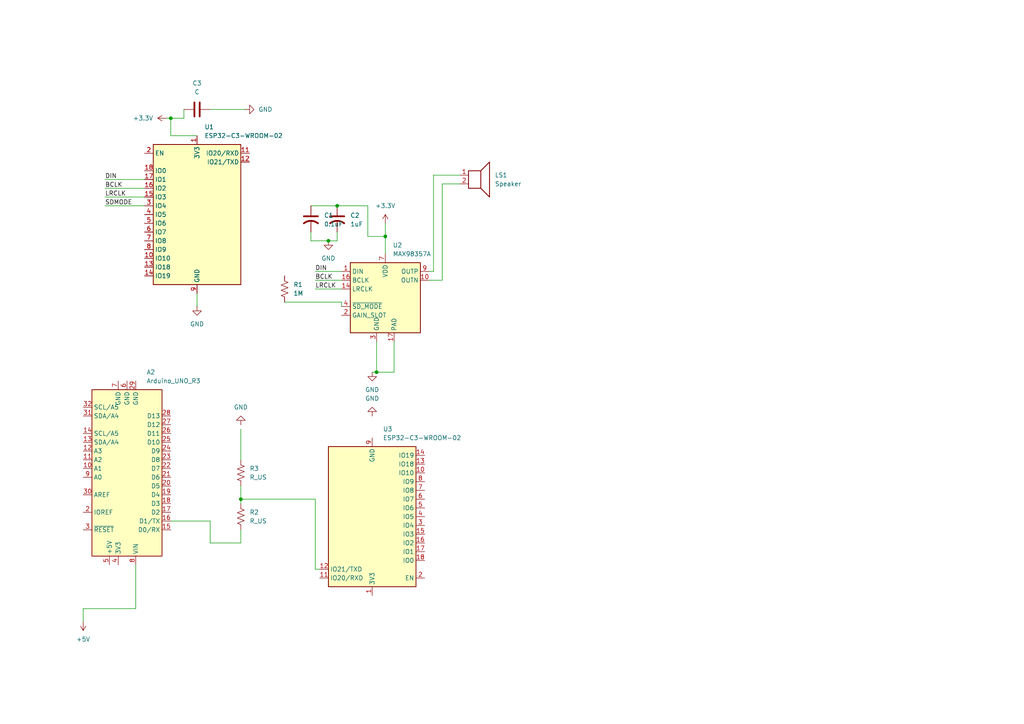
<source format=kicad_sch>
(kicad_sch (version 20250114) (generator "eeschema") (generator_version "9.0")
  (paper "A4")
  (lib_symbols
    (symbol "Audio:MAX98357A"
      (property "Reference" "U" (at -8.89 11.43 0))
      (property "Value" "MAX98357A" (at 10.16 11.43 0))
      (symbol "MAX98357A_1_1"
        (rectangle (start -10.16 10.16) (end 10.16 -10.16) (stroke (width 0.254)) (fill (type background)))
        (pin input line (at -12.7 7.62 0) (length 2.54) (name "DIN") (number "1"))
        (pin input line (at -12.7 5.08 0) (length 2.54) (name "BCLK") (number "16"))
        (pin input line (at -12.7 2.54 0) (length 2.54) (name "LRCLK") (number "14"))
        (pin input line (at -12.7 -2.54 0) (length 2.54) (name "~{SD_MODE}") (number "4"))
        (pin passive line (at -12.7 -5.08 0) (length 2.54) (name "GAIN_SLOT") (number "2"))
        (pin passive line (at -2.54 -12.7 90) (length 2.54) (hide yes) (name "GND") (number "11"))
        (pin passive line (at -2.54 -12.7 90) (length 2.54) (hide yes) (name "GND") (number "15"))
        (pin power_in line (at -2.54 -12.7 90) (length 2.54) (name "GND") (number "3"))
        (pin power_in line (at 0 12.7 270) (length 2.54) (name "VDD") (number "7"))
        (pin passive line (at 0 12.7 270) (length 2.54) (hide yes) (name "VDD") (number "8"))
        (pin unspecified line (at 2.54 -12.7 90) (length 2.54) (name "PAD") (number "17"))
        (pin no_connect line (at 10.16 2.54 180) (length 2.54) (hide yes) (name "NC") (number "5"))
        (pin no_connect line (at 10.16 0 180) (length 2.54) (hide yes) (name "NC") (number "6"))
        (pin no_connect line (at 10.16 -5.08 180) (length 2.54) (hide yes) (name "NC") (number "12"))
        (pin no_connect line (at 10.16 -7.62 180) (length 2.54) (hide yes) (name "NC") (number "13"))
        (pin output line (at 12.7 7.62 180) (length 2.54) (name "OUTP") (number "9"))
        (pin output line (at 12.7 5.08 180) (length 2.54) (name "OUTN") (number "10"))
      )
    )
    (symbol "Device:C" (pin_numbers (hide yes)) (pin_names (offset 0.254))
      (property "Reference" "C" (at 0.635 2.54 0))
      (property "Value" "C" (at 0.635 -2.54 0))
      (symbol "C_0_1"
        (polyline (pts (xy -2.032 0.762) (xy 2.032 0.762)) (stroke (width 0.508)))
        (polyline (pts (xy -2.032 -0.762) (xy 2.032 -0.762)) (stroke (width 0.508)))
      )
      (symbol "C_1_1"
        (pin passive line (at 0 3.81 270) (length 2.794) (name "~") (number "1"))
        (pin passive line (at 0 -3.81 90) (length 2.794) (name "~") (number "2"))
      )
    )
    (symbol "Device:C_US" (pin_numbers (hide yes)) (pin_names (offset 0.254) (hide yes))
      (property "Reference" "C" (at 0.635 2.54 0))
      (property "Value" "C_US" (at 0.635 -2.54 0))
      (symbol "C_US_0_1"
        (polyline (pts (xy -2.032 0.762) (xy 2.032 0.762)) (stroke (width 0.508)))
        (arc (start -2.032 -1.27) (mid 0 -0.5572) (end 2.032 -1.27) (stroke (width 0.508)))
      )
      (symbol "C_US_1_1"
        (pin passive line (at 0 3.81 270) (length 2.794) (name "~") (number "1"))
        (pin passive line (at 0 -3.81 90) (length 3.302) (name "~") (number "2"))
      )
    )
    (symbol "Device:R_US" (pin_numbers (hide yes)) (pin_names (offset 0))
      (property "Reference" "R" (at 2.54 0 90))
      (property "Value" "R_US" (at -2.54 0 90))
      (symbol "R_US_0_1"
        (polyline (pts (xy 0 2.286) (xy 0 2.54)))
        (polyline (pts (xy 0 2.286) (xy 1.016 1.905) (xy 0 1.524) (xy -1.016 1.143) (xy 0 0.762)))
        (polyline (pts (xy 0 0.762) (xy 1.016 0.381) (xy 0 0) (xy -1.016 -0.381) (xy 0 -0.762)))
        (polyline (pts (xy 0 -0.762) (xy 1.016 -1.143) (xy 0 -1.524) (xy -1.016 -1.905) (xy 0 -2.286)))
        (polyline (pts (xy 0 -2.286) (xy 0 -2.54)))
      )
      (symbol "R_US_1_1"
        (pin passive line (at 0 3.81 270) (length 1.27) (name "~") (number "1"))
        (pin passive line (at 0 -3.81 90) (length 1.27) (name "~") (number "2"))
      )
    )
    (symbol "Device:Speaker" (pin_names (offset 0) (hide yes))
      (property "Reference" "LS" (at 1.27 5.715 0))
      (property "Value" "Speaker" (at 1.27 3.81 0))
      (symbol "Speaker_0_0"
        (rectangle (start -2.54 1.27) (end 1.016 -3.81) (stroke (width 0.254)))
        (polyline (pts (xy 1.016 1.27) (xy 3.556 3.81) (xy 3.556 -6.35) (xy 1.016 -3.81)) (stroke (width 0.254)))
      )
      (symbol "Speaker_1_1"
        (pin input line (at -5.08 0 0) (length 2.54) (name "1") (number "1"))
        (pin input line (at -5.08 -2.54 0) (length 2.54) (name "2") (number "2"))
      )
    )
    (symbol "MCU_Module:Arduino_UNO_R3"
      (property "Reference" "A" (at -10.16 23.495 0))
      (property "Value" "Arduino_UNO_R3" (at 5.08 -26.67 0))
      (symbol "Arduino_UNO_R3_0_1"
        (rectangle (start -10.16 22.86) (end 10.16 -25.4) (stroke (width 0.254)) (fill (type background)))
      )
      (symbol "Arduino_UNO_R3_1_1"
        (pin bidirectional line (at -12.7 15.24 0) (length 2.54) (name "D0/RX") (number "15"))
        (pin bidirectional line (at -12.7 12.7 0) (length 2.54) (name "D1/TX") (number "16"))
        (pin bidirectional line (at -12.7 10.16 0) (length 2.54) (name "D2") (number "17"))
        (pin bidirectional line (at -12.7 7.62 0) (length 2.54) (name "D3") (number "18"))
        (pin bidirectional line (at -12.7 5.08 0) (length 2.54) (name "D4") (number "19"))
        (pin bidirectional line (at -12.7 2.54 0) (length 2.54) (name "D5") (number "20"))
        (pin bidirectional line (at -12.7 0 0) (length 2.54) (name "D6") (number "21"))
        (pin bidirectional line (at -12.7 -2.54 0) (length 2.54) (name "D7") (number "22"))
        (pin bidirectional line (at -12.7 -5.08 0) (length 2.54) (name "D8") (number "23"))
        (pin bidirectional line (at -12.7 -7.62 0) (length 2.54) (name "D9") (number "24"))
        (pin bidirectional line (at -12.7 -10.16 0) (length 2.54) (name "D10") (number "25"))
        (pin bidirectional line (at -12.7 -12.7 0) (length 2.54) (name "D11") (number "26"))
        (pin bidirectional line (at -12.7 -15.24 0) (length 2.54) (name "D12") (number "27"))
        (pin bidirectional line (at -12.7 -17.78 0) (length 2.54) (name "D13") (number "28"))
        (pin no_connect line (at -10.16 -20.32 0) (length 2.54) (hide yes) (name "NC") (number "1"))
        (pin power_in line (at -2.54 25.4 270) (length 2.54) (name "VIN") (number "8"))
        (pin power_in line (at -2.54 -27.94 90) (length 2.54) (name "GND") (number "29"))
        (pin power_in line (at 0 -27.94 90) (length 2.54) (name "GND") (number "6"))
        (pin power_out line (at 2.54 25.4 270) (length 2.54) (name "3V3") (number "4"))
        (pin power_in line (at 2.54 -27.94 90) (length 2.54) (name "GND") (number "7"))
        (pin power_out line (at 5.08 25.4 270) (length 2.54) (name "+5V") (number "5"))
        (pin input line (at 12.7 15.24 180) (length 2.54) (name "~{RESET}") (number "3"))
        (pin output line (at 12.7 10.16 180) (length 2.54) (name "IOREF") (number "2"))
        (pin input line (at 12.7 5.08 180) (length 2.54) (name "AREF") (number "30"))
        (pin bidirectional line (at 12.7 0 180) (length 2.54) (name "A0") (number "9"))
        (pin bidirectional line (at 12.7 -2.54 180) (length 2.54) (name "A1") (number "10"))
        (pin bidirectional line (at 12.7 -5.08 180) (length 2.54) (name "A2") (number "11"))
        (pin bidirectional line (at 12.7 -7.62 180) (length 2.54) (name "A3") (number "12"))
        (pin bidirectional line (at 12.7 -10.16 180) (length 2.54) (name "SDA/A4") (number "13"))
        (pin bidirectional line (at 12.7 -12.7 180) (length 2.54) (name "SCL/A5") (number "14"))
        (pin bidirectional line (at 12.7 -17.78 180) (length 2.54) (name "SDA/A4") (number "31"))
        (pin bidirectional line (at 12.7 -20.32 180) (length 2.54) (name "SCL/A5") (number "32"))
      )
    )
    (symbol "RF_Module:ESP32-C3-WROOM-02"
      (property "Reference" "U" (at -12.192 21.336 0))
      (property "Value" "ESP32-C3-WROOM-02" (at 12.192 21.336 0))
      (symbol "ESP32-C3-WROOM-02_1_1"
        (rectangle (start -12.7 20.32) (end 12.7 -20.32) (stroke (width 0.254)) (fill (type background)))
        (pin input line (at -15.24 17.78 0) (length 2.54) (name "EN") (number "2"))
        (pin bidirectional line (at -15.24 12.7 0) (length 2.54) (name "IO0") (number "18"))
        (pin bidirectional line (at -15.24 10.16 0) (length 2.54) (name "IO1") (number "17"))
        (pin bidirectional line (at -15.24 7.62 0) (length 2.54) (name "IO2") (number "16"))
        (pin bidirectional line (at -15.24 5.08 0) (length 2.54) (name "IO3") (number "15"))
        (pin bidirectional line (at -15.24 2.54 0) (length 2.54) (name "IO4") (number "3"))
        (pin bidirectional line (at -15.24 0 0) (length 2.54) (name "IO5") (number "4"))
        (pin bidirectional line (at -15.24 -2.54 0) (length 2.54) (name "IO6") (number "5"))
        (pin bidirectional line (at -15.24 -5.08 0) (length 2.54) (name "IO7") (number "6"))
        (pin bidirectional line (at -15.24 -7.62 0) (length 2.54) (name "IO8") (number "7"))
        (pin bidirectional line (at -15.24 -10.16 0) (length 2.54) (name "IO9") (number "8"))
        (pin bidirectional line (at -15.24 -12.7 0) (length 2.54) (name "IO10") (number "10"))
        (pin bidirectional line (at -15.24 -15.24 0) (length 2.54) (name "IO18") (number "13"))
        (pin bidirectional line (at -15.24 -17.78 0) (length 2.54) (name "IO19") (number "14"))
        (pin power_in line (at 0 22.86 270) (length 2.54) (name "3V3") (number "1"))
        (pin passive line (at 0 -22.86 90) (length 2.54) (hide yes) (name "GND") (number "19"))
        (pin power_in line (at 0 -22.86 90) (length 2.54) (name "GND") (number "9"))
        (pin bidirectional line (at 15.24 17.78 180) (length 2.54) (name "IO20/RXD") (number "11"))
        (pin bidirectional line (at 15.24 15.24 180) (length 2.54) (name "IO21/TXD") (number "12"))
      )
    )
    (symbol "power:+3.3V" (power) (pin_numbers (hide yes)) (pin_names (offset 0) (hide yes))
      (property "Value" "+3.3V" (at 0 3.556 0))
      (symbol "+3.3V_0_1"
        (polyline (pts (xy -0.762 1.27) (xy 0 2.54)))
        (polyline (pts (xy 0 2.54) (xy 0.762 1.27)))
        (polyline (pts (xy 0 0) (xy 0 2.54)))
      )
      (symbol "+3.3V_1_1"
        (pin power_in line (at 0 0 90) (length 0) (name "~") (number "1"))
      )
    )
    (symbol "power:+5V" (power) (pin_numbers (hide yes)) (pin_names (offset 0) (hide yes))
      (property "Value" "+5V" (at 0 3.556 0))
      (symbol "+5V_0_1"
        (polyline (pts (xy -0.762 1.27) (xy 0 2.54)))
        (polyline (pts (xy 0 2.54) (xy 0.762 1.27)))
        (polyline (pts (xy 0 0) (xy 0 2.54)))
      )
      (symbol "+5V_1_1"
        (pin power_in line (at 0 0 90) (length 0) (name "~") (number "1"))
      )
    )
    (symbol "power:GND" (power) (pin_numbers (hide yes)) (pin_names (offset 0) (hide yes))
      (property "Value" "GND" (at 0 -3.81 0))
      (symbol "GND_0_1"
        (polyline (pts (xy 0 0) (xy 0 -1.27) (xy 1.27 -1.27) (xy 0 -2.54) (xy -1.27 -1.27) (xy 0 -1.27)))
      )
      (symbol "GND_1_1"
        (pin power_in line (at 0 0 270) (length 0) (name "~") (number "1"))
      )
    )
  )
  (junction (at 95.25 69.85))
  (junction (at 109.22 107.95))
  (junction (at 97.79 59.69))
  (junction (at 49.53 34.29))
  (junction (at 69.85 144.78))
  (junction (at 111.76 68.58))
  (wire (pts (xy 69.85 144.78) (xy 69.85 146.05)))
  (wire (pts (xy 60.96 151.13) (xy 49.53 151.13)))
  (wire (pts (xy 106.68 59.69) (xy 106.68 68.58)))
  (wire (pts (xy 97.79 59.69) (xy 106.68 59.69)))
  (wire (pts (xy 49.53 39.37) (xy 57.15 39.37)))
  (wire (pts (xy 99.06 87.63) (xy 99.06 88.9)))
  (wire (pts (xy 69.85 153.67) (xy 69.85 157.48)))
  (wire (pts (xy 57.15 85.09) (xy 57.15 88.9)))
  (wire (pts (xy 69.85 124.46) (xy 69.85 133.35)))
  (wire (pts (xy 30.48 54.61) (xy 41.91 54.61)))
  (wire (pts (xy 30.48 52.07) (xy 41.91 52.07)))
  (wire (pts (xy 91.44 144.78) (xy 91.44 165.1)))
  (wire (pts (xy 91.44 165.1) (xy 92.71 165.1)))
  (wire (pts (xy 39.37 163.83) (xy 39.37 176.53)))
  (wire (pts (xy 30.48 59.69) (xy 41.91 59.69)))
  (wire (pts (xy 128.27 81.28) (xy 124.46 81.28)))
  (wire (pts (xy 48.26 34.29) (xy 49.53 34.29)))
  (wire (pts (xy 111.76 68.58) (xy 111.76 73.66)))
  (wire (pts (xy 90.17 69.85) (xy 95.25 69.85)))
  (wire (pts (xy 69.85 157.48) (xy 60.96 157.48)))
  (wire (pts (xy 39.37 176.53) (xy 24.13 176.53)))
  (wire (pts (xy 53.34 34.29) (xy 53.34 31.75)))
  (wire (pts (xy 91.44 81.28) (xy 99.06 81.28)))
  (wire (pts (xy 128.27 53.34) (xy 128.27 81.28)))
  (wire (pts (xy 109.22 99.06) (xy 109.22 107.95)))
  (wire (pts (xy 111.76 64.77) (xy 111.76 68.58)))
  (wire (pts (xy 109.22 107.95) (xy 107.95 107.95)))
  (wire (pts (xy 69.85 140.97) (xy 69.85 144.78)))
  (wire (pts (xy 97.79 69.85) (xy 95.25 69.85)))
  (wire (pts (xy 91.44 83.82) (xy 99.06 83.82)))
  (wire (pts (xy 106.68 68.58) (xy 111.76 68.58)))
  (wire (pts (xy 30.48 57.15) (xy 41.91 57.15)))
  (wire (pts (xy 49.53 34.29) (xy 49.53 39.37)))
  (wire (pts (xy 24.13 176.53) (xy 24.13 180.34)))
  (wire (pts (xy 125.73 50.8) (xy 133.35 50.8)))
  (wire (pts (xy 91.44 78.74) (xy 99.06 78.74)))
  (wire (pts (xy 125.73 78.74) (xy 125.73 50.8)))
  (wire (pts (xy 90.17 67.31) (xy 90.17 69.85)))
  (wire (pts (xy 60.96 157.48) (xy 60.96 151.13)))
  (wire (pts (xy 60.96 31.75) (xy 71.12 31.75)))
  (wire (pts (xy 133.35 53.34) (xy 128.27 53.34)))
  (wire (pts (xy 124.46 78.74) (xy 125.73 78.74)))
  (wire (pts (xy 114.3 99.06) (xy 114.3 107.95)))
  (wire (pts (xy 82.55 87.63) (xy 99.06 87.63)))
  (wire (pts (xy 90.17 59.69) (xy 97.79 59.69)))
  (wire (pts (xy 97.79 67.31) (xy 97.79 69.85)))
  (wire (pts (xy 114.3 107.95) (xy 109.22 107.95)))
  (wire (pts (xy 49.53 34.29) (xy 53.34 34.29)))
  (wire (pts (xy 69.85 144.78) (xy 91.44 144.78)))
  (label "LRCLK" (at 91.44 83.82 0))
  (label "BCLK" (at 91.44 81.28 0))
  (label "DIN" (at 30.48 52.07 0))
  (label "LRCLK" (at 30.48 57.15 0))
  (label "SDMODE" (at 30.48 59.69 0))
  (label "BCLK" (at 30.48 54.61 0))
  (label "DIN" (at 91.44 78.74 0))
  (symbol (lib_id "MCU_Module:Arduino_UNO_R3") (at 36.83 138.43 180) (unit 1)
    (property "Reference" "A2" (at 42.4881 107.95 0) (effects (justify right)))
    (property "Value" "Arduino_UNO_R3" (at 42.4881 110.49 0) (effects (justify right)))
    (property "Footprint" "Module:Arduino_UNO_R3" (effects (hide yes)))
    (property "Datasheet" "https://www.arduino.cc/en/Main/arduinoBoardUno" (effects (hide yes)))
    (property "Description" "Arduino UNO Microcontroller Module, release 3" (effects (hide yes)))
  )
  (symbol (lib_id "RF_Module:ESP32-C3-WROOM-02") (at 57.15 62.23 0) (unit 1)
    (property "Reference" "U1" (at 59.2933 36.83 0) (effects (justify left)))
    (property "Value" "ESP32-C3-WROOM-02" (at 59.2933 39.37 0) (effects (justify left)))
    (property "Footprint" "RF_Module:ESP32-C3-WROOM-02" (effects (hide yes)))
    (property "Datasheet" "https://www.espressif.com/sites/default/files/documentation/esp32-c3-wroom-02_datasheet_en.pdf" (effects (hide yes)))
    (property "Description" "802.11 b/g/n Wi­Fi and Bluetooth 5 module, ESP32­C3 SoC, RISC­V microprocessor, On-board antenna" (effects (hide yes)))
  )
  (symbol (lib_id "Device:C") (at 57.15 31.75 90) (unit 1)
    (property "Reference" "C3" (at 57.15 24.13 90))
    (property "Value" "C" (at 57.15 26.67 90))
    (property "Description" "Unpolarized capacitor" (effects (hide yes)))
  )
  (symbol (lib_id "RF_Module:ESP32-C3-WROOM-02") (at 107.95 149.86 180) (unit 1)
    (property "Reference" "U3" (at 111.0681 124.46 0) (effects (justify right)))
    (property "Value" "ESP32-C3-WROOM-02" (at 111.0681 127 0) (effects (justify right)))
    (property "Footprint" "RF_Module:ESP32-C3-WROOM-02" (effects (hide yes)))
    (property "Datasheet" "https://www.espressif.com/sites/default/files/documentation/esp32-c3-wroom-02_datasheet_en.pdf" (effects (hide yes)))
    (property "Description" "802.11 b/g/n Wi­Fi and Bluetooth 5 module, ESP32­C3 SoC, RISC­V microprocessor, On-board antenna" (effects (hide yes)))
  )
  (symbol (lib_id "Device:R_US") (at 69.85 137.16 0) (unit 1)
    (property "Reference" "R3" (at 72.39 135.8899 0) (effects (justify left)))
    (property "Value" "R_US" (at 72.39 138.4299 0) (effects (justify left)))
    (property "Description" "Resistor, US symbol" (effects (hide yes)))
  )
  (symbol (lib_id "Audio:MAX98357A") (at 111.76 86.36 0) (unit 1)
    (property "Reference" "U2" (at 113.9033 71.12 0) (effects (justify left)))
    (property "Value" "MAX98357A" (at 113.9033 73.66 0) (effects (justify left)))
    (property "Footprint" "Package_DFN_QFN:TQFN-16-1EP_3x3mm_P0.5mm_EP1.23x1.23mm" (effects (hide yes)))
    (property "Datasheet" "https://www.analog.com/media/en/technical-documentation/data-sheets/MAX98357A-MAX98357B.pdf" (effects (hide yes)))
    (property "Description" "Mono DAC with amplifier, I2S, PCM, TDM, 32-bit, 96khz, 3.2W, TQFP-16" (effects (hide yes)))
  )
  (symbol (lib_id "power:GND") (at 107.95 120.65 180) (unit 1)
    (property "Reference" "#PWR09" (effects (hide yes)))
    (property "Value" "GND" (at 107.95 115.57 0))
    (property "Description" "Power symbol creates a global label with name \"GND\" , ground" (effects (hide yes)))
  )
  (symbol (lib_id "power:GND") (at 107.95 107.95 0) (unit 1)
    (property "Reference" "#PWR02" (effects (hide yes)))
    (property "Value" "GND" (at 107.95 113.03 0))
    (property "Description" "Power symbol creates a global label with name \"GND\" , ground" (effects (hide yes)))
  )
  (symbol (lib_id "Device:Speaker") (at 138.43 50.8 0) (unit 1)
    (property "Reference" "LS1" (at 143.51 50.7999 0) (effects (justify left)))
    (property "Value" "Speaker" (at 143.51 53.3399 0) (effects (justify left)))
    (property "Description" "Speaker" (effects (hide yes)))
  )
  (symbol (lib_id "power:GND") (at 71.12 31.75 90) (unit 1)
    (property "Reference" "#PWR05" (effects (hide yes)))
    (property "Value" "GND" (at 74.93 31.7499 90) (effects (justify right)))
    (property "Description" "Power symbol creates a global label with name \"GND\" , ground" (effects (hide yes)))
  )
  (symbol (lib_id "Device:C_US") (at 90.17 63.5 0) (unit 1)
    (property "Reference" "C1" (at 93.98 62.4839 0) (effects (justify left)))
    (property "Value" "0.1uF" (at 93.98 65.0239 0) (effects (justify left)))
    (property "Description" "capacitor, US symbol" (effects (hide yes)))
  )
  (symbol (lib_id "Device:R_US") (at 82.55 83.82 0) (unit 1)
    (property "Reference" "R1" (at 85.09 82.5499 0) (effects (justify left)))
    (property "Value" "1M" (at 85.09 85.0899 0) (effects (justify left)))
    (property "Description" "Resistor, US symbol" (effects (hide yes)))
  )
  (symbol (lib_id "power:GND") (at 69.85 123.19 180) (unit 1)
    (property "Reference" "#PWR08" (effects (hide yes)))
    (property "Value" "GND" (at 69.85 118.11 0))
    (property "Description" "Power symbol creates a global label with name \"GND\" , ground" (effects (hide yes)))
  )
  (symbol (lib_id "power:+3.3V") (at 48.26 34.29 90) (unit 1)
    (property "Reference" "#PWR04" (effects (hide yes)))
    (property "Value" "+3.3V" (at 44.45 34.2899 90) (effects (justify left)))
    (property "Description" "Power symbol creates a global label with name \"+3.3V\"" (effects (hide yes)))
  )
  (symbol (lib_id "power:+3.3V") (at 111.76 64.77 0) (unit 1)
    (property "Reference" "#PWR01" (effects (hide yes)))
    (property "Value" "+3.3V" (at 111.76 59.69 0))
    (property "Description" "Power symbol creates a global label with name \"+3.3V\"" (effects (hide yes)))
  )
  (symbol (lib_id "power:+5V") (at 24.13 180.34 180) (unit 1)
    (property "Reference" "#PWR07" (effects (hide yes)))
    (property "Value" "+5V" (at 24.13 185.42 0))
    (property "Description" "Power symbol creates a global label with name \"+5V\"" (effects (hide yes)))
  )
  (symbol (lib_id "Device:R_US") (at 69.85 149.86 0) (unit 1)
    (property "Reference" "R2" (at 72.39 148.5899 0) (effects (justify left)))
    (property "Value" "R_US" (at 72.39 151.1299 0) (effects (justify left)))
    (property "Description" "Resistor, US symbol" (effects (hide yes)))
  )
  (symbol (lib_id "Device:C_US") (at 97.79 63.5 0) (unit 1)
    (property "Reference" "C2" (at 101.6 62.4839 0) (effects (justify left)))
    (property "Value" "1uF" (at 101.6 65.0239 0) (effects (justify left)))
    (property "Description" "capacitor, US symbol" (effects (hide yes)))
  )
  (symbol (lib_id "power:GND") (at 57.15 88.9 0) (unit 1)
    (property "Reference" "#PWR06" (effects (hide yes)))
    (property "Value" "GND" (at 57.15 93.98 0))
    (property "Description" "Power symbol creates a global label with name \"GND\" , ground" (effects (hide yes)))
  )
  (symbol (lib_id "power:GND") (at 95.25 69.85 0) (unit 1)
    (property "Reference" "#PWR03" (effects (hide yes)))
    (property "Value" "GND" (at 95.25 74.93 0))
    (property "Description" "Power symbol creates a global label with name \"GND\" , ground" (effects (hide yes)))
  )
)
</source>
